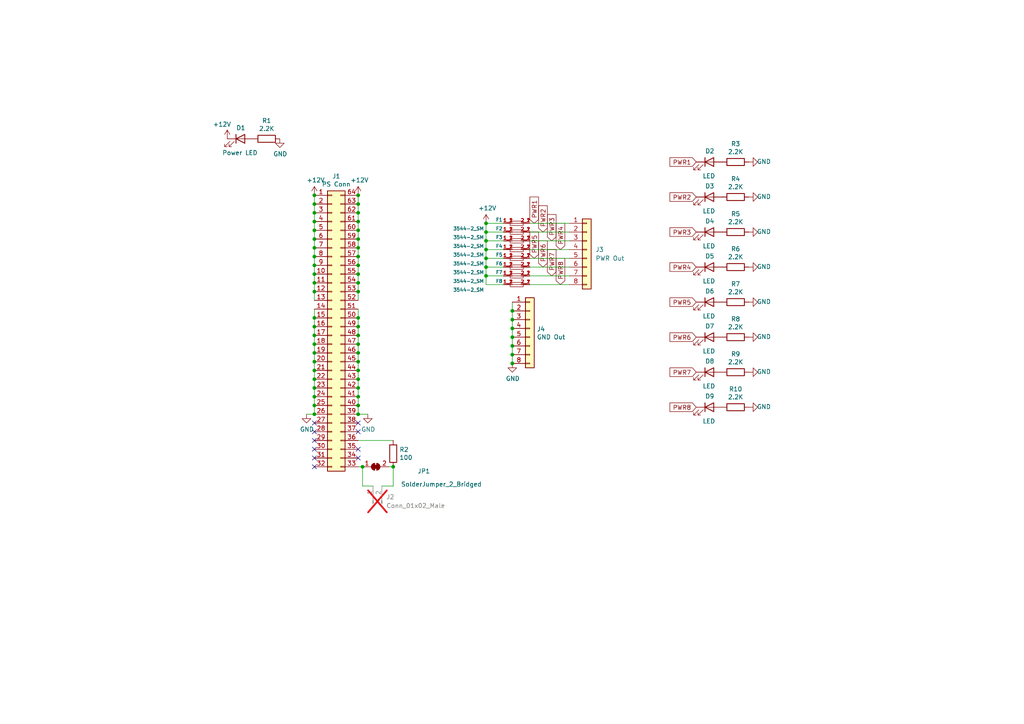
<source format=kicad_sch>
(kicad_sch (version 20231120) (generator "eeschema") (generator_version "8.0")
  (paper "A4")
  (title_block (title "HP Fused Breakout") (date "2024-03-14") (rev "v2") (company "Scott Hanson"))
  (lib_symbols
    (symbol "Connector:Conn_01x02_Male" (pin_names (offset 1.016) hide)
      (property "Reference" "J" (at 0 2.54 0))
      (property "Value" "Conn_01x02_Male" (at 0 -5.08 0))
      (symbol "Conn_01x02_Male_1_1"
        (polyline (pts (xy 1.27 -2.54) (xy 0.8636 -2.54)) (stroke (width 0.1524)))
        (polyline (pts (xy 1.27 0) (xy 0.8636 0)) (stroke (width 0.1524)))
        (rectangle (start 0.8636 -2.413) (end 0 -2.667) (stroke (width 0.1524)) (fill (type outline)))
        (rectangle (start 0.8636 0.127) (end 0 -0.127) (stroke (width 0.1524)) (fill (type outline)))
        (pin passive line (at 5.08 0 180) (length 3.81) (name "Pin_1") (number "1"))
        (pin passive line (at 5.08 -2.54 180) (length 3.81) (name "Pin_2") (number "2"))
      )
    )
    (symbol "Connector_Generic:Conn_01x08" (pin_names (offset 1.016) hide)
      (property "Reference" "J" (at 0 10.16 0))
      (property "Value" "Conn_01x08" (at 0 -12.7 0))
      (symbol "Conn_01x08_1_1"
        (rectangle (start -1.27 -10.033) (end 0 -10.287) (stroke (width 0.1524)))
        (rectangle (start -1.27 -7.493) (end 0 -7.747) (stroke (width 0.1524)))
        (rectangle (start -1.27 -4.953) (end 0 -5.207) (stroke (width 0.1524)))
        (rectangle (start -1.27 -2.413) (end 0 -2.667) (stroke (width 0.1524)))
        (rectangle (start -1.27 0.127) (end 0 -0.127) (stroke (width 0.1524)))
        (rectangle (start -1.27 2.667) (end 0 2.413) (stroke (width 0.1524)))
        (rectangle (start -1.27 5.207) (end 0 4.953) (stroke (width 0.1524)))
        (rectangle (start -1.27 7.747) (end 0 7.493) (stroke (width 0.1524)))
        (rectangle (start -1.27 8.89) (end 1.27 -11.43) (stroke (width 0.254)) (fill (type background)))
        (pin passive line (at -5.08 7.62 0) (length 3.81) (name "Pin_1") (number "1"))
        (pin passive line (at -5.08 5.08 0) (length 3.81) (name "Pin_2") (number "2"))
        (pin passive line (at -5.08 2.54 0) (length 3.81) (name "Pin_3") (number "3"))
        (pin passive line (at -5.08 0 0) (length 3.81) (name "Pin_4") (number "4"))
        (pin passive line (at -5.08 -2.54 0) (length 3.81) (name "Pin_5") (number "5"))
        (pin passive line (at -5.08 -5.08 0) (length 3.81) (name "Pin_6") (number "6"))
        (pin passive line (at -5.08 -7.62 0) (length 3.81) (name "Pin_7") (number "7"))
        (pin passive line (at -5.08 -10.16 0) (length 3.81) (name "Pin_8") (number "8"))
      )
    )
    (symbol "Connector_Generic:Conn_02x32_Counter_Clockwise" (pin_names (offset 1.016) hide)
      (property "Reference" "J" (at 1.27 40.64 0))
      (property "Value" "Conn_02x32_Counter_Clockwise" (at 1.27 -43.18 0))
      (symbol "Conn_02x32_Counter_Clockwise_1_1"
        (rectangle (start -1.27 -40.513) (end 0 -40.767) (stroke (width 0.1524)))
        (rectangle (start -1.27 -37.973) (end 0 -38.227) (stroke (width 0.1524)))
        (rectangle (start -1.27 -35.433) (end 0 -35.687) (stroke (width 0.1524)))
        (rectangle (start -1.27 -32.893) (end 0 -33.147) (stroke (width 0.1524)))
        (rectangle (start -1.27 -30.353) (end 0 -30.607) (stroke (width 0.1524)))
        (rectangle (start -1.27 -27.813) (end 0 -28.067) (stroke (width 0.1524)))
        (rectangle (start -1.27 -25.273) (end 0 -25.527) (stroke (width 0.1524)))
        (rectangle (start -1.27 -22.733) (end 0 -22.987) (stroke (width 0.1524)))
        (rectangle (start -1.27 -20.193) (end 0 -20.447) (stroke (width 0.1524)))
        (rectangle (start -1.27 -17.653) (end 0 -17.907) (stroke (width 0.1524)))
        (rectangle (start -1.27 -15.113) (end 0 -15.367) (stroke (width 0.1524)))
        (rectangle (start -1.27 -12.573) (end 0 -12.827) (stroke (width 0.1524)))
        (rectangle (start -1.27 -10.033) (end 0 -10.287) (stroke (width 0.1524)))
        (rectangle (start -1.27 -7.493) (end 0 -7.747) (stroke (width 0.1524)))
        (rectangle (start -1.27 -4.953) (end 0 -5.207) (stroke (width 0.1524)))
        (rectangle (start -1.27 -2.413) (end 0 -2.667) (stroke (width 0.1524)))
        (rectangle (start -1.27 0.127) (end 0 -0.127) (stroke (width 0.1524)))
        (rectangle (start -1.27 2.667) (end 0 2.413) (stroke (width 0.1524)))
        (rectangle (start -1.27 5.207) (end 0 4.953) (stroke (width 0.1524)))
        (rectangle (start -1.27 7.747) (end 0 7.493) (stroke (width 0.1524)))
        (rectangle (start -1.27 10.287) (end 0 10.033) (stroke (width 0.1524)))
        (rectangle (start -1.27 12.827) (end 0 12.573) (stroke (width 0.1524)))
        (rectangle (start -1.27 15.367) (end 0 15.113) (stroke (width 0.1524)))
        (rectangle (start -1.27 17.907) (end 0 17.653) (stroke (width 0.1524)))
        (rectangle (start -1.27 20.447) (end 0 20.193) (stroke (width 0.1524)))
        (rectangle (start -1.27 22.987) (end 0 22.733) (stroke (width 0.1524)))
        (rectangle (start -1.27 25.527) (end 0 25.273) (stroke (width 0.1524)))
        (rectangle (start -1.27 28.067) (end 0 27.813) (stroke (width 0.1524)))
        (rectangle (start -1.27 30.607) (end 0 30.353) (stroke (width 0.1524)))
        (rectangle (start -1.27 33.147) (end 0 32.893) (stroke (width 0.1524)))
        (rectangle (start -1.27 35.687) (end 0 35.433) (stroke (width 0.1524)))
        (rectangle (start -1.27 38.227) (end 0 37.973) (stroke (width 0.1524)))
        (rectangle (start -1.27 39.37) (end 3.81 -41.91) (stroke (width 0.254)) (fill (type background)))
        (rectangle (start 3.81 -40.513) (end 2.54 -40.767) (stroke (width 0.1524)))
        (rectangle (start 3.81 -37.973) (end 2.54 -38.227) (stroke (width 0.1524)))
        (rectangle (start 3.81 -35.433) (end 2.54 -35.687) (stroke (width 0.1524)))
        (rectangle (start 3.81 -32.893) (end 2.54 -33.147) (stroke (width 0.1524)))
        (rectangle (start 3.81 -30.353) (end 2.54 -30.607) (stroke (width 0.1524)))
        (rectangle (start 3.81 -27.813) (end 2.54 -28.067) (stroke (width 0.1524)))
        (rectangle (start 3.81 -25.273) (end 2.54 -25.527) (stroke (width 0.1524)))
        (rectangle (start 3.81 -22.733) (end 2.54 -22.987) (stroke (width 0.1524)))
        (rectangle (start 3.81 -20.193) (end 2.54 -20.447) (stroke (width 0.1524)))
        (rectangle (start 3.81 -17.653) (end 2.54 -17.907) (stroke (width 0.1524)))
        (rectangle (start 3.81 -15.113) (end 2.54 -15.367) (stroke (width 0.1524)))
        (rectangle (start 3.81 -12.573) (end 2.54 -12.827) (stroke (width 0.1524)))
        (rectangle (start 3.81 -10.033) (end 2.54 -10.287) (stroke (width 0.1524)))
        (rectangle (start 3.81 -7.493) (end 2.54 -7.747) (stroke (width 0.1524)))
        (rectangle (start 3.81 -4.953) (end 2.54 -5.207) (stroke (width 0.1524)))
        (rectangle (start 3.81 -2.413) (end 2.54 -2.667) (stroke (width 0.1524)))
        (rectangle (start 3.81 0.127) (end 2.54 -0.127) (stroke (width 0.1524)))
        (rectangle (start 3.81 2.667) (end 2.54 2.413) (stroke (width 0.1524)))
        (rectangle (start 3.81 5.207) (end 2.54 4.953) (stroke (width 0.1524)))
        (rectangle (start 3.81 7.747) (end 2.54 7.493) (stroke (width 0.1524)))
        (rectangle (start 3.81 10.287) (end 2.54 10.033) (stroke (width 0.1524)))
        (rectangle (start 3.81 12.827) (end 2.54 12.573) (stroke (width 0.1524)))
        (rectangle (start 3.81 15.367) (end 2.54 15.113) (stroke (width 0.1524)))
        (rectangle (start 3.81 17.907) (end 2.54 17.653) (stroke (width 0.1524)))
        (rectangle (start 3.81 20.447) (end 2.54 20.193) (stroke (width 0.1524)))
        (rectangle (start 3.81 22.987) (end 2.54 22.733) (stroke (width 0.1524)))
        (rectangle (start 3.81 25.527) (end 2.54 25.273) (stroke (width 0.1524)))
        (rectangle (start 3.81 28.067) (end 2.54 27.813) (stroke (width 0.1524)))
        (rectangle (start 3.81 30.607) (end 2.54 30.353) (stroke (width 0.1524)))
        (rectangle (start 3.81 33.147) (end 2.54 32.893) (stroke (width 0.1524)))
        (rectangle (start 3.81 35.687) (end 2.54 35.433) (stroke (width 0.1524)))
        (rectangle (start 3.81 38.227) (end 2.54 37.973) (stroke (width 0.1524)))
        (pin passive line (at -5.08 38.1 0) (length 3.81) (name "Pin_1") (number "1"))
        (pin passive line (at -5.08 15.24 0) (length 3.81) (name "Pin_10") (number "10"))
        (pin passive line (at -5.08 12.7 0) (length 3.81) (name "Pin_11") (number "11"))
        (pin passive line (at -5.08 10.16 0) (length 3.81) (name "Pin_12") (number "12"))
        (pin passive line (at -5.08 7.62 0) (length 3.81) (name "Pin_13") (number "13"))
        (pin passive line (at -5.08 5.08 0) (length 3.81) (name "Pin_14") (number "14"))
        (pin passive line (at -5.08 2.54 0) (length 3.81) (name "Pin_15") (number "15"))
        (pin passive line (at -5.08 0 0) (length 3.81) (name "Pin_16") (number "16"))
        (pin passive line (at -5.08 -2.54 0) (length 3.81) (name "Pin_17") (number "17"))
        (pin passive line (at -5.08 -5.08 0) (length 3.81) (name "Pin_18") (number "18"))
        (pin passive line (at -5.08 -7.62 0) (length 3.81) (name "Pin_19") (number "19"))
        (pin passive line (at -5.08 35.56 0) (length 3.81) (name "Pin_2") (number "2"))
        (pin passive line (at -5.08 -10.16 0) (length 3.81) (name "Pin_20") (number "20"))
        (pin passive line (at -5.08 -12.7 0) (length 3.81) (name "Pin_21") (number "21"))
        (pin passive line (at -5.08 -15.24 0) (length 3.81) (name "Pin_22") (number "22"))
        (pin passive line (at -5.08 -17.78 0) (length 3.81) (name "Pin_23") (number "23"))
        (pin passive line (at -5.08 -20.32 0) (length 3.81) (name "Pin_24") (number "24"))
        (pin passive line (at -5.08 -22.86 0) (length 3.81) (name "Pin_25") (number "25"))
        (pin passive line (at -5.08 -25.4 0) (length 3.81) (name "Pin_26") (number "26"))
        (pin passive line (at -5.08 -27.94 0) (length 3.81) (name "Pin_27") (number "27"))
        (pin passive line (at -5.08 -30.48 0) (length 3.81) (name "Pin_28") (number "28"))
        (pin passive line (at -5.08 -33.02 0) (length 3.81) (name "Pin_29") (number "29"))
        (pin passive line (at -5.08 33.02 0) (length 3.81) (name "Pin_3") (number "3"))
        (pin passive line (at -5.08 -35.56 0) (length 3.81) (name "Pin_30") (number "30"))
        (pin passive line (at -5.08 -38.1 0) (length 3.81) (name "Pin_31") (number "31"))
        (pin passive line (at -5.08 -40.64 0) (length 3.81) (name "Pin_32") (number "32"))
        (pin passive line (at 7.62 -40.64 180) (length 3.81) (name "Pin_33") (number "33"))
        (pin passive line (at 7.62 -38.1 180) (length 3.81) (name "Pin_34") (number "34"))
        (pin passive line (at 7.62 -35.56 180) (length 3.81) (name "Pin_35") (number "35"))
        (pin passive line (at 7.62 -33.02 180) (length 3.81) (name "Pin_36") (number "36"))
        (pin passive line (at 7.62 -30.48 180) (length 3.81) (name "Pin_37") (number "37"))
        (pin passive line (at 7.62 -27.94 180) (length 3.81) (name "Pin_38") (number "38"))
        (pin passive line (at 7.62 -25.4 180) (length 3.81) (name "Pin_39") (number "39"))
        (pin passive line (at -5.08 30.48 0) (length 3.81) (name "Pin_4") (number "4"))
        (pin passive line (at 7.62 -22.86 180) (length 3.81) (name "Pin_40") (number "40"))
        (pin passive line (at 7.62 -20.32 180) (length 3.81) (name "Pin_41") (number "41"))
        (pin passive line (at 7.62 -17.78 180) (length 3.81) (name "Pin_42") (number "42"))
        (pin passive line (at 7.62 -15.24 180) (length 3.81) (name "Pin_43") (number "43"))
        (pin passive line (at 7.62 -12.7 180) (length 3.81) (name "Pin_44") (number "44"))
        (pin passive line (at 7.62 -10.16 180) (length 3.81) (name "Pin_45") (number "45"))
        (pin passive line (at 7.62 -7.62 180) (length 3.81) (name "Pin_46") (number "46"))
        (pin passive line (at 7.62 -5.08 180) (length 3.81) (name "Pin_47") (number "47"))
        (pin passive line (at 7.62 -2.54 180) (length 3.81) (name "Pin_48") (number "48"))
        (pin passive line (at 7.62 0 180) (length 3.81) (name "Pin_49") (number "49"))
        (pin passive line (at -5.08 27.94 0) (length 3.81) (name "Pin_5") (number "5"))
        (pin passive line (at 7.62 2.54 180) (length 3.81) (name "Pin_50") (number "50"))
        (pin passive line (at 7.62 5.08 180) (length 3.81) (name "Pin_51") (number "51"))
        (pin passive line (at 7.62 7.62 180) (length 3.81) (name "Pin_52") (number "52"))
        (pin passive line (at 7.62 10.16 180) (length 3.81) (name "Pin_53") (number "53"))
        (pin passive line (at 7.62 12.7 180) (length 3.81) (name "Pin_54") (number "54"))
        (pin passive line (at 7.62 15.24 180) (length 3.81) (name "Pin_55") (number "55"))
        (pin passive line (at 7.62 17.78 180) (length 3.81) (name "Pin_56") (number "56"))
        (pin passive line (at 7.62 20.32 180) (length 3.81) (name "Pin_57") (number "57"))
        (pin passive line (at 7.62 22.86 180) (length 3.81) (name "Pin_58") (number "58"))
        (pin passive line (at 7.62 25.4 180) (length 3.81) (name "Pin_59") (number "59"))
        (pin passive line (at -5.08 25.4 0) (length 3.81) (name "Pin_6") (number "6"))
        (pin passive line (at 7.62 27.94 180) (length 3.81) (name "Pin_60") (number "60"))
        (pin passive line (at 7.62 30.48 180) (length 3.81) (name "Pin_61") (number "61"))
        (pin passive line (at 7.62 33.02 180) (length 3.81) (name "Pin_62") (number "62"))
        (pin passive line (at 7.62 35.56 180) (length 3.81) (name "Pin_63") (number "63"))
        (pin passive line (at 7.62 38.1 180) (length 3.81) (name "Pin_64") (number "64"))
        (pin passive line (at -5.08 22.86 0) (length 3.81) (name "Pin_7") (number "7"))
        (pin passive line (at -5.08 20.32 0) (length 3.81) (name "Pin_8") (number "8"))
        (pin passive line (at -5.08 17.78 0) (length 3.81) (name "Pin_9") (number "9"))
      )
    )
    (symbol "Device:LED" (pin_numbers hide) (pin_names (offset 1.016) hide)
      (property "Reference" "D" (at 0 2.54 0))
      (property "Value" "LED" (at 0 -2.54 0))
      (symbol "LED_0_1"
        (polyline (pts (xy -1.27 -1.27) (xy -1.27 1.27)) (stroke (width 0.254)))
        (polyline (pts (xy -1.27 0) (xy 1.27 0)))
        (polyline (pts (xy 1.27 -1.27) (xy 1.27 1.27) (xy -1.27 0) (xy 1.27 -1.27)) (stroke (width 0.254)))
        (polyline (pts (xy -3.048 -0.762) (xy -4.572 -2.286) (xy -3.81 -2.286) (xy -4.572 -2.286) (xy -4.572 -1.524)))
        (polyline (pts (xy -1.778 -0.762) (xy -3.302 -2.286) (xy -2.54 -2.286) (xy -3.302 -2.286) (xy -3.302 -1.524)))
      )
      (symbol "LED_1_1"
        (pin passive line (at -3.81 0 0) (length 2.54) (name "K") (number "1"))
        (pin passive line (at 3.81 0 180) (length 2.54) (name "A") (number "2"))
      )
    )
    (symbol "Device:R" (pin_numbers hide) (pin_names (offset 0))
      (property "Reference" "R" (at 2.032 0 90))
      (property "Value" "R" (at 0 0 90))
      (symbol "R_0_1"
        (rectangle (start -1.016 -2.54) (end 1.016 2.54) (stroke (width 0.254)))
      )
      (symbol "R_1_1"
        (pin passive line (at 0 3.81 270) (length 1.27) (name "~") (number "1"))
        (pin passive line (at 0 -3.81 90) (length 1.27) (name "~") (number "2"))
      )
    )
    (symbol "Jumper:SolderJumper_2_Bridged" (pin_names (offset 0) hide)
      (property "Reference" "JP" (at 0 2.032 0))
      (property "Value" "SolderJumper_2_Bridged" (at 0 -2.54 0))
      (symbol "SolderJumper_2_Bridged_0_1"
        (rectangle (start -0.508 0.508) (end 0.508 -0.508) (fill (type outline)))
        (arc (start -0.254 1.016) (mid -1.2655 0) (end -0.254 -1.016))
        (arc (start -0.254 1.016) (mid -1.2655 0) (end -0.254 -1.016) (fill (type outline)))
        (polyline (pts (xy -0.254 1.016) (xy -0.254 -1.016)))
        (polyline (pts (xy 0.254 1.016) (xy 0.254 -1.016)))
        (arc (start 0.254 -1.016) (mid 1.2655 0) (end 0.254 1.016))
        (arc (start 0.254 -1.016) (mid 1.2655 0) (end 0.254 1.016) (fill (type outline)))
      )
      (symbol "SolderJumper_2_Bridged_1_1"
        (pin passive line (at -3.81 0 0) (length 2.54) (name "A") (number "1"))
        (pin passive line (at 3.81 0 180) (length 2.54) (name "B") (number "2"))
      )
    )
    (symbol "Power_Distribution-rescue:3544-2_SM-Keystone_Fuse" (pin_names (offset 1.016) hide)
      (property "Reference" "F" (at -1.905 1.27 0))
      (property "Value" "3544-2_SM-Keystone_Fuse" (at -3.81 -1.905 0))
      (symbol "3544-2_SM-Keystone_Fuse_0_0"
        (pin passive line (at -3.81 0 0) (length 2.54) (name "1") (number "1_1"))
        (pin passive line (at -3.81 0 0) (length 2.54) (name "1") (number "1_2"))
        (pin passive line (at 3.81 0 180) (length 2.54) (name "2") (number "2_1"))
        (pin passive line (at 3.81 0 180) (length 2.54) (name "2") (number "2_2"))
      )
      (symbol "3544-2_SM-Keystone_Fuse_1_1"
        (rectangle (start -1.905 0.635) (end 1.905 -0.635))
        (polyline (pts (xy -1.27 0) (xy 1.27 0)))
      )
    )
    (symbol "power:+12V" (power) (pin_names (offset 0))
      (property "Value" "+12V" (at 0 3.556 0))
      (symbol "+12V_0_1"
        (polyline (pts (xy -0.762 1.27) (xy 0 2.54)))
        (polyline (pts (xy 0 0) (xy 0 2.54)))
        (polyline (pts (xy 0 2.54) (xy 0.762 1.27)))
      )
      (symbol "+12V_1_1"
        (pin power_in line (at 0 0 90) (length 0) hide (name "+12V") (number "1"))
      )
    )
    (symbol "power:GND" (power) (pin_names (offset 0))
      (property "Value" "GND" (at 0 -3.81 0))
      (symbol "GND_0_1"
        (polyline (pts (xy 0 0) (xy 0 -1.27) (xy 1.27 -1.27) (xy 0 -2.54) (xy -1.27 -1.27) (xy 0 -1.27)))
      )
      (symbol "GND_1_1"
        (pin power_in line (at 0 0 270) (length 0) hide (name "GND") (number "1"))
      )
    )
  )
  (junction (at 91.186 120.142))
  (junction (at 91.186 117.602))
  (junction (at 103.886 74.422))
  (junction (at 140.97 69.85))
  (junction (at 91.186 76.962))
  (junction (at 103.886 102.362))
  (junction (at 103.886 79.502))
  (junction (at 103.886 104.902))
  (junction (at 91.186 102.362))
  (junction (at 91.186 61.722))
  (junction (at 103.886 69.342))
  (junction (at 103.886 94.742))
  (junction (at 148.59 105.41))
  (junction (at 103.886 64.262))
  (junction (at 91.186 82.042))
  (junction (at 148.59 90.17))
  (junction (at 140.97 72.39))
  (junction (at 91.186 92.202))
  (junction (at 140.97 74.93))
  (junction (at 91.186 64.262))
  (junction (at 103.886 71.882))
  (junction (at 91.186 115.062))
  (junction (at 140.97 67.31))
  (junction (at 91.186 71.882))
  (junction (at 140.97 80.01))
  (junction (at 91.186 59.182))
  (junction (at 103.886 107.442))
  (junction (at 103.886 115.062))
  (junction (at 103.886 59.182))
  (junction (at 103.886 56.642))
  (junction (at 103.886 66.802))
  (junction (at 148.59 95.25))
  (junction (at 91.186 107.442))
  (junction (at 103.886 109.982))
  (junction (at 103.886 117.602))
  (junction (at 140.97 77.47))
  (junction (at 91.186 74.422))
  (junction (at 91.186 84.582))
  (junction (at 114.046 135.382))
  (junction (at 91.186 66.802))
  (junction (at 91.186 112.522))
  (junction (at 103.886 112.522))
  (junction (at 103.886 120.142))
  (junction (at 148.59 102.87))
  (junction (at 148.59 100.33))
  (junction (at 103.886 92.202))
  (junction (at 91.186 94.742))
  (junction (at 103.886 97.282))
  (junction (at 103.886 61.722))
  (junction (at 103.886 84.582))
  (junction (at 91.186 79.502))
  (junction (at 103.886 99.822))
  (junction (at 91.186 99.822))
  (junction (at 103.886 76.962))
  (junction (at 148.59 92.71))
  (junction (at 148.59 97.79))
  (junction (at 91.186 56.642))
  (junction (at 91.186 104.902))
  (junction (at 91.186 97.282))
  (junction (at 140.97 64.77))
  (junction (at 91.186 109.982))
  (junction (at 91.186 69.342))
  (junction (at 103.886 82.042))
  (junction (at 105.156 135.382))
  (no_connect (at 103.886 132.842))
  (no_connect (at 91.186 122.682))
  (no_connect (at 91.186 125.222))
  (no_connect (at 103.886 125.222))
  (no_connect (at 91.186 132.842))
  (no_connect (at 91.186 135.382))
  (no_connect (at 91.186 130.302))
  (no_connect (at 103.886 122.682))
  (no_connect (at 91.186 127.762))
  (no_connect (at 103.886 130.302))
  (wire (pts (xy 103.886 79.502) (xy 103.886 76.962)))
  (wire (pts (xy 103.886 97.282) (xy 103.886 94.742)))
  (wire (pts (xy 146.05 74.93) (xy 140.97 74.93)))
  (wire (pts (xy 114.046 127.762) (xy 103.886 127.762)))
  (wire (pts (xy 114.046 140.97) (xy 114.046 135.382)))
  (wire (pts (xy 103.886 87.122) (xy 103.886 84.582)))
  (wire (pts (xy 103.886 115.062) (xy 103.886 112.522)))
  (wire (pts (xy 165.1 67.31) (xy 153.67 67.31)))
  (wire (pts (xy 146.05 72.39) (xy 140.97 72.39)))
  (wire (pts (xy 103.886 120.142) (xy 106.68 120.142)))
  (wire (pts (xy 103.886 112.522) (xy 103.886 109.982)))
  (wire (pts (xy 91.186 79.502) (xy 91.186 82.042)))
  (wire (pts (xy 146.05 80.01) (xy 140.97 80.01)))
  (wire (pts (xy 91.186 102.362) (xy 91.186 104.902)))
  (wire (pts (xy 91.186 117.602) (xy 91.186 120.142)))
  (wire (pts (xy 148.59 90.17) (xy 148.59 92.71)))
  (wire (pts (xy 105.156 140.97) (xy 108.204 140.97)))
  (wire (pts (xy 165.1 82.55) (xy 153.67 82.55)))
  (wire (pts (xy 91.186 66.802) (xy 91.186 69.342)))
  (wire (pts (xy 140.97 80.01) (xy 140.97 82.55)))
  (wire (pts (xy 148.59 97.79) (xy 148.59 100.33)))
  (wire (pts (xy 103.886 102.362) (xy 103.886 99.822)))
  (wire (pts (xy 148.59 92.71) (xy 148.59 95.25)))
  (wire (pts (xy 103.886 104.902) (xy 103.886 102.362)))
  (wire (pts (xy 103.886 117.602) (xy 103.886 115.062)))
  (wire (pts (xy 91.186 107.442) (xy 91.186 109.982)))
  (wire (pts (xy 91.186 76.962) (xy 91.186 79.502)))
  (wire (pts (xy 148.59 102.87) (xy 148.59 105.41)))
  (wire (pts (xy 103.886 109.982) (xy 103.886 107.442)))
  (wire (pts (xy 103.886 74.422) (xy 103.886 71.882)))
  (wire (pts (xy 91.186 120.142) (xy 88.9 120.142)))
  (wire (pts (xy 148.59 95.25) (xy 148.59 97.79)))
  (wire (pts (xy 140.97 74.93) (xy 140.97 77.47)))
  (wire (pts (xy 140.97 77.47) (xy 140.97 80.01)))
  (wire (pts (xy 140.97 72.39) (xy 140.97 74.93)))
  (wire (pts (xy 165.1 77.47) (xy 153.67 77.47)))
  (wire (pts (xy 103.886 92.202) (xy 103.886 89.662)))
  (wire (pts (xy 165.1 74.93) (xy 153.67 74.93)))
  (wire (pts (xy 103.886 120.142) (xy 103.886 117.602)))
  (wire (pts (xy 103.886 61.722) (xy 103.886 59.182)))
  (wire (pts (xy 103.886 107.442) (xy 103.886 104.902)))
  (wire (pts (xy 103.886 66.802) (xy 103.886 64.262)))
  (wire (pts (xy 165.1 72.39) (xy 153.67 72.39)))
  (wire (pts (xy 146.05 64.77) (xy 140.97 64.77)))
  (wire (pts (xy 103.886 99.822) (xy 103.886 97.282)))
  (wire (pts (xy 91.186 69.342) (xy 91.186 71.882)))
  (wire (pts (xy 110.744 140.97) (xy 114.046 140.97)))
  (wire (pts (xy 146.05 67.31) (xy 140.97 67.31)))
  (wire (pts (xy 91.186 74.422) (xy 91.186 76.962)))
  (wire (pts (xy 103.886 69.342) (xy 103.886 66.802)))
  (wire (pts (xy 103.886 135.382) (xy 105.156 135.382)))
  (wire (pts (xy 91.186 71.882) (xy 91.186 74.422)))
  (wire (pts (xy 91.186 89.662) (xy 91.186 92.202)))
  (wire (pts (xy 103.886 71.882) (xy 103.886 69.342)))
  (wire (pts (xy 140.97 69.85) (xy 140.97 72.39)))
  (wire (pts (xy 105.156 135.382) (xy 105.156 140.97)))
  (wire (pts (xy 146.05 77.47) (xy 140.97 77.47)))
  (wire (pts (xy 91.186 115.062) (xy 91.186 117.602)))
  (wire (pts (xy 103.886 94.742) (xy 103.886 92.202)))
  (wire (pts (xy 91.186 59.182) (xy 91.186 56.642)))
  (wire (pts (xy 91.186 84.582) (xy 91.186 87.122)))
  (wire (pts (xy 91.186 61.722) (xy 91.186 64.262)))
  (wire (pts (xy 140.97 64.77) (xy 140.97 67.31)))
  (wire (pts (xy 103.886 82.042) (xy 103.886 79.502)))
  (wire (pts (xy 103.886 84.582) (xy 103.886 82.042)))
  (wire (pts (xy 91.186 59.182) (xy 91.186 61.722)))
  (wire (pts (xy 112.776 135.382) (xy 114.046 135.382)))
  (wire (pts (xy 91.186 64.262) (xy 91.186 66.802)))
  (wire (pts (xy 91.186 97.282) (xy 91.186 99.822)))
  (wire (pts (xy 103.886 64.262) (xy 103.886 61.722)))
  (wire (pts (xy 91.186 82.042) (xy 91.186 84.582)))
  (wire (pts (xy 148.59 87.63) (xy 148.59 90.17)))
  (wire (pts (xy 91.186 104.902) (xy 91.186 107.442)))
  (wire (pts (xy 91.186 99.822) (xy 91.186 102.362)))
  (wire (pts (xy 91.186 109.982) (xy 91.186 112.522)))
  (wire (pts (xy 140.97 67.31) (xy 140.97 69.85)))
  (wire (pts (xy 91.186 112.522) (xy 91.186 115.062)))
  (wire (pts (xy 103.886 59.182) (xy 103.886 56.642)))
  (wire (pts (xy 148.59 100.33) (xy 148.59 102.87)))
  (wire (pts (xy 165.1 69.85) (xy 153.67 69.85)))
  (wire (pts (xy 91.186 92.202) (xy 91.186 94.742)))
  (wire (pts (xy 146.05 69.85) (xy 140.97 69.85)))
  (wire (pts (xy 140.97 82.55) (xy 146.05 82.55)))
  (wire (pts (xy 91.186 94.742) (xy 91.186 97.282)))
  (wire (pts (xy 165.1 64.77) (xy 153.67 64.77)))
  (wire (pts (xy 165.1 80.01) (xy 153.67 80.01)))
  (wire (pts (xy 103.886 76.962) (xy 103.886 74.422)))
  (global_label "PWR2" (shape input) (at 201.93 57.15 180) (property "Intersheetrefs" "${INTERSHEET_REFS}" (effects (hide yes))))
  (global_label "PWR5" (shape input) (at 154.94 74.93 90) (property "Intersheetrefs" "${INTERSHEET_REFS}" (effects (hide yes))))
  (global_label "PWR1" (shape input) (at 201.93 46.99 180) (property "Intersheetrefs" "${INTERSHEET_REFS}" (effects (hide yes))))
  (global_label "PWR3" (shape input) (at 160.02 69.85 90) (property "Intersheetrefs" "${INTERSHEET_REFS}" (effects (hide yes))))
  (global_label "PWR6" (shape input) (at 201.93 97.79 180) (property "Intersheetrefs" "${INTERSHEET_REFS}" (effects (hide yes))))
  (global_label "PWR8" (shape input) (at 162.56 82.55 90) (property "Intersheetrefs" "${INTERSHEET_REFS}" (effects (hide yes))))
  (global_label "PWR7" (shape input) (at 160.02 80.01 90) (property "Intersheetrefs" "${INTERSHEET_REFS}" (effects (hide yes))))
  (global_label "PWR4" (shape input) (at 201.93 77.47 180) (property "Intersheetrefs" "${INTERSHEET_REFS}" (effects (hide yes))))
  (global_label "PWR1" (shape input) (at 154.94 64.77 90) (property "Intersheetrefs" "${INTERSHEET_REFS}" (effects (hide yes))))
  (global_label "PWR4" (shape input) (at 162.56 72.39 90) (property "Intersheetrefs" "${INTERSHEET_REFS}" (effects (hide yes))))
  (global_label "PWR5" (shape input) (at 201.93 87.63 180) (property "Intersheetrefs" "${INTERSHEET_REFS}" (effects (hide yes))))
  (global_label "PWR7" (shape input) (at 201.93 107.95 180) (property "Intersheetrefs" "${INTERSHEET_REFS}" (effects (hide yes))))
  (global_label "PWR8" (shape input) (at 201.93 118.11 180) (property "Intersheetrefs" "${INTERSHEET_REFS}" (effects (hide yes))))
  (global_label "PWR3" (shape input) (at 201.93 67.31 180) (property "Intersheetrefs" "${INTERSHEET_REFS}" (effects (hide yes))))
  (global_label "PWR2" (shape input) (at 157.48 67.31 90) (property "Intersheetrefs" "${INTERSHEET_REFS}" (effects (hide yes))))
  (global_label "PWR6" (shape input) (at 157.48 77.47 90) (property "Intersheetrefs" "${INTERSHEET_REFS}" (effects (hide yes))))
  (symbol (lib_id "Connector_Generic:Conn_02x32_Counter_Clockwise") (at 96.266 94.742 0) (unit 1)
    (property "Reference" "J1" (at 97.536 51.1302 0))
    (property "Value" "PS Conn" (at 97.536 53.4416 0))
    (property "Footprint" "TE_1761469-1:TE_1761469-1" (effects (hide yes)))
    (property "Digi-Key PN" "A102052-ND" (effects (hide yes)))
    (property "MPN" "1761468-1" (effects (hide yes)))
  )
  (symbol (lib_id "Device:R") (at 114.046 131.572 0) (unit 1)
    (property "Reference" "R2" (at 115.824 130.4036 0) (effects (justify left)))
    (property "Value" "100" (at 115.824 132.715 0) (effects (justify left)))
    (property "Footprint" "Resistor_SMD:R_0603_1608Metric" (effects (hide yes)))
    (property "Digi-Key PN" "311-100HRCT-ND" (effects (hide yes)))
    (property "LCSC" "C22775" (effects (hide yes)))
    (property "MPN" "RC0603FR-07100RL" (effects (hide yes)))
  )
  (symbol (lib_id "power:+12V") (at 103.886 56.642 0) (unit 1)
    (property "Reference" "#PWR05" (effects (hide yes)))
    (property "Value" "+12V" (at 104.267 52.2478 0))
  )
  (symbol (lib_id "power:+12V") (at 91.186 56.642 0) (unit 1)
    (property "Reference" "#PWR04" (effects (hide yes)))
    (property "Value" "+12V" (at 91.567 52.2478 0))
  )
  (symbol (lib_id "power:GND") (at 106.68 120.142 0) (unit 1)
    (property "Reference" "#PWR06" (effects (hide yes)))
    (property "Value" "GND" (at 106.807 124.5362 0))
  )
  (symbol (lib_id "power:GND") (at 88.9 120.142 0) (unit 1)
    (property "Reference" "#PWR03" (effects (hide yes)))
    (property "Value" "GND" (at 89.027 124.5362 0))
  )
  (symbol (lib_id "Device:LED") (at 69.723 40.259 0) (unit 1)
    (property "Reference" "D1" (at 69.85 37.084 0))
    (property "Value" "Power LED" (at 69.596 44.323 0))
    (property "Footprint" "LED_SMD:LED_0603_1608Metric" (effects (hide yes)))
    (property "Digi-Key PN" "160-1436-1-ND" (effects (hide yes)))
    (property "LCSC" "C2286" (effects (hide yes)))
    (property "MPN" "LTST-C190KRKT" (effects (hide yes)))
  )
  (symbol (lib_id "Device:R") (at 77.343 40.259 270) (unit 1)
    (property "Reference" "R1" (at 77.343 35.0012 90))
    (property "Value" "2.2K" (at 77.343 37.3126 90))
    (property "Footprint" "Resistor_SMD:R_0603_1608Metric" (effects (hide yes)))
    (property "Digi-Key PN" "311-2.20KHRCT-ND" (effects (hide yes)))
    (property "LCSC" "C4190" (effects (hide yes)))
    (property "MPN" "RC0603FR-072K2L" (effects (hide yes)))
  )
  (symbol (lib_id "power:+12V") (at 65.913 40.259 0) (unit 1)
    (property "Reference" "#PWR01" (effects (hide yes)))
    (property "Value" "+12V" (at 64.389 36.068 0))
  )
  (symbol (lib_id "power:GND") (at 81.153 40.259 0) (unit 1)
    (property "Reference" "#PWR02" (effects (hide yes)))
    (property "Value" "GND" (at 81.28 44.6532 0))
  )
  (symbol (lib_id "power:GND") (at 217.17 46.99 90) (unit 1)
    (property "Reference" "#PWR010" (effects (hide yes)))
    (property "Value" "GND" (at 221.5642 46.863 90))
  )
  (symbol (lib_id "power:GND") (at 217.17 77.47 90) (unit 1)
    (property "Reference" "#PWR012" (effects (hide yes)))
    (property "Value" "GND" (at 221.5642 77.343 90))
  )
  (symbol (lib_id "Connector:Conn_01x02_Male") (at 108.204 146.05 90) (unit 1) (dnp yes)
    (property "Reference" "J2" (at 112.014 144.1449 90) (effects (justify right)))
    (property "Value" "Conn_01x02_Male" (at 112.014 146.6849 90) (effects (justify right)))
    (property "Footprint" "Connector_PinHeader_2.54mm:PinHeader_1x02_P2.54mm_Vertical" (effects (hide yes)))
  )
  (symbol (lib_id "Device:LED") (at 205.74 107.95 0) (unit 1)
    (property "Reference" "D8" (at 205.867 104.775 0))
    (property "Value" "LED" (at 205.613 112.014 0))
    (property "Footprint" "LED_SMD:LED_0402_1005Metric" (effects (hide yes)))
    (property "Digi-Key PN" "1516-1216-1-ND" (effects (hide yes)))
    (property "LCSC" "C434449" (effects (hide yes)))
    (property "MPN" "QBLP595-IG" (effects (hide yes)))
  )
  (symbol (lib_id "Device:R") (at 213.36 87.63 270) (unit 1)
    (property "Reference" "R7" (at 213.36 82.3722 90))
    (property "Value" "2.2K" (at 213.36 84.6836 90))
    (property "Footprint" "Resistor_SMD:R_0402_1005Metric" (effects (hide yes)))
    (property "Digi-Key PN" "311-2.20KLRCT-ND" (effects (hide yes)))
    (property "LCSC" "C25879" (effects (hide yes)))
    (property "MPN" "RC0402FR-072K2L" (effects (hide yes)))
  )
  (symbol (lib_id "Power_Distribution-rescue:3544-2_SM-Keystone_Fuse") (at 149.86 77.47 0) (unit 1)
    (property "Reference" "F6" (at 144.78 76.454 0) (effects (font (size 0.9906 0.9906))))
    (property "Value" "3544-2_SM" (at 135.89 78.994 0) (effects (font (size 0.9906 0.9906))))
    (property "Footprint" "3544-2:FUSE_3544-2" (effects (hide yes)))
    (property "Datasheet" "None" (effects (hide yes)))
    (property "Field4" "3544-2" (effects (hide yes)))
    (property "Field5" "None" (effects (hide yes)))
    (property "Field6" "Unavailable" (effects (hide yes)))
    (property "Field7" "Fuse Clip; 500 VAC; 30 A; PCB; For 0.110 in. x 0.032 in. mini blade fuses" (effects (hide yes)))
    (property "Field8" "Keystone Electronics" (effects (hide yes)))
    (property "Digi-Key PN" "36-3544-2-ND" (effects (hide yes)))
    (property "LCSC" "C492610" (effects (hide yes)))
    (property "MPN" "3544-2" (effects (hide yes)))
  )
  (symbol (lib_id "Connector_Generic:Conn_01x08") (at 170.18 72.39 0) (unit 1)
    (property "Reference" "J3" (at 172.72 72.3899 0) (effects (justify left)))
    (property "Value" "PWR Out" (at 172.72 74.9299 0) (effects (justify left)))
    (property "Footprint" "Connector_Phoenix_MC_HighVoltage:PhoenixContact_MCV_1,5_8-G-5.08_1x08_P5.08mm_Vertical" (effects (hide yes)))
    (property "Digi-Key PN" "609-3942-ND" (effects (hide yes)))
    (property "MPN" "VI0821550000G" (effects (hide yes)))
  )
  (symbol (lib_id "Connector_Generic:Conn_01x08") (at 153.67 95.25 0) (unit 1)
    (property "Reference" "J4" (at 155.702 95.4532 0) (effects (justify left)))
    (property "Value" "GND Out" (at 155.702 97.7646 0) (effects (justify left)))
    (property "Footprint" "Connector_Phoenix_MC_HighVoltage:PhoenixContact_MCV_1,5_8-G-5.08_1x08_P5.08mm_Vertical" (effects (hide yes)))
    (property "Digi-Key PN" "609-3942-ND" (effects (hide yes)))
    (property "MPN" "VI0821550000G" (effects (hide yes)))
  )
  (symbol (lib_id "power:GND") (at 148.59 105.41 0) (unit 1)
    (property "Reference" "#PWR08" (effects (hide yes)))
    (property "Value" "GND" (at 148.717 109.8042 0))
  )
  (symbol (lib_id "Device:R") (at 213.36 77.47 270) (unit 1)
    (property "Reference" "R6" (at 213.36 72.2122 90))
    (property "Value" "2.2K" (at 213.36 74.5236 90))
    (property "Footprint" "Resistor_SMD:R_0402_1005Metric" (effects (hide yes)))
    (property "Digi-Key PN" "311-2.20KLRCT-ND" (effects (hide yes)))
    (property "LCSC" "C25879" (effects (hide yes)))
    (property "MPN" "RC0402FR-072K2L" (effects (hide yes)))
  )
  (symbol (lib_id "Device:LED") (at 205.74 97.79 0) (unit 1)
    (property "Reference" "D7" (at 205.867 94.615 0))
    (property "Value" "LED" (at 205.613 101.854 0))
    (property "Footprint" "LED_SMD:LED_0402_1005Metric" (effects (hide yes)))
    (property "Digi-Key PN" "1516-1216-1-ND" (effects (hide yes)))
    (property "LCSC" "C434449" (effects (hide yes)))
    (property "MPN" "QBLP595-IG" (effects (hide yes)))
  )
  (symbol (lib_id "power:GND") (at 217.17 107.95 90) (unit 1)
    (property "Reference" "#PWR015" (effects (hide yes)))
    (property "Value" "GND" (at 221.5642 107.823 90))
  )
  (symbol (lib_id "power:GND") (at 217.17 67.31 90) (unit 1)
    (property "Reference" "#PWR011" (effects (hide yes)))
    (property "Value" "GND" (at 221.5642 67.183 90))
  )
  (symbol (lib_id "Power_Distribution-rescue:3544-2_SM-Keystone_Fuse") (at 149.86 80.01 0) (unit 1)
    (property "Reference" "F7" (at 144.78 78.994 0) (effects (font (size 0.9906 0.9906))))
    (property "Value" "3544-2_SM" (at 135.89 81.534 0) (effects (font (size 0.9906 0.9906))))
    (property "Footprint" "3544-2:FUSE_3544-2" (effects (hide yes)))
    (property "Datasheet" "None" (effects (hide yes)))
    (property "Field4" "3544-2" (effects (hide yes)))
    (property "Field5" "None" (effects (hide yes)))
    (property "Field6" "Unavailable" (effects (hide yes)))
    (property "Field7" "Fuse Clip; 500 VAC; 30 A; PCB; For 0.110 in. x 0.032 in. mini blade fuses" (effects (hide yes)))
    (property "Field8" "Keystone Electronics" (effects (hide yes)))
    (property "Digi-Key PN" "36-3544-2-ND" (effects (hide yes)))
    (property "LCSC" "C492610" (effects (hide yes)))
    (property "MPN" "3544-2" (effects (hide yes)))
  )
  (symbol (lib_id "Device:R") (at 213.36 118.11 270) (unit 1)
    (property "Reference" "R10" (at 213.36 112.8522 90))
    (property "Value" "2.2K" (at 213.36 115.1636 90))
    (property "Footprint" "Resistor_SMD:R_0402_1005Metric" (effects (hide yes)))
    (property "Digi-Key PN" "311-2.20KLRCT-ND" (effects (hide yes)))
    (property "LCSC" "C25879" (effects (hide yes)))
    (property "MPN" "RC0402FR-072K2L" (effects (hide yes)))
  )
  (symbol (lib_id "Device:R") (at 213.36 107.95 270) (unit 1)
    (property "Reference" "R9" (at 213.36 102.6922 90))
    (property "Value" "2.2K" (at 213.36 105.0036 90))
    (property "Footprint" "Resistor_SMD:R_0402_1005Metric" (effects (hide yes)))
    (property "Digi-Key PN" "311-2.20KLRCT-ND" (effects (hide yes)))
    (property "LCSC" "C25879" (effects (hide yes)))
    (property "MPN" "RC0402FR-072K2L" (effects (hide yes)))
  )
  (symbol (lib_id "Device:LED") (at 205.74 118.11 0) (unit 1)
    (property "Reference" "D9" (at 205.867 114.935 0))
    (property "Value" "LED" (at 205.613 122.174 0))
    (property "Footprint" "LED_SMD:LED_0402_1005Metric" (effects (hide yes)))
    (property "Digi-Key PN" "1516-1216-1-ND" (effects (hide yes)))
    (property "LCSC" "C434449" (effects (hide yes)))
    (property "MPN" "QBLP595-IG" (effects (hide yes)))
  )
  (symbol (lib_id "power:+12V") (at 140.97 64.77 0) (unit 1)
    (property "Reference" "#PWR07" (effects (hide yes)))
    (property "Value" "+12V" (at 141.351 60.3758 0))
  )
  (symbol (lib_id "Device:LED") (at 205.74 67.31 0) (unit 1)
    (property "Reference" "D4" (at 205.867 64.135 0))
    (property "Value" "LED" (at 205.613 71.374 0))
    (property "Footprint" "LED_SMD:LED_0402_1005Metric" (effects (hide yes)))
    (property "Digi-Key PN" "1516-1216-1-ND" (effects (hide yes)))
    (property "LCSC" "C434449" (effects (hide yes)))
    (property "MPN" "QBLP595-IG" (effects (hide yes)))
  )
  (symbol (lib_id "Jumper:SolderJumper_2_Bridged") (at 108.966 135.382 0) (unit 1)
    (property "Reference" "JP1" (at 122.936 136.652 0))
    (property "Value" "SolderJumper_2_Bridged" (at 128.016 140.462 0))
    (property "Footprint" "Jumper:SolderJumper-2_P1.3mm_Bridged_Pad1.0x1.5mm" (effects (hide yes)))
  )
  (symbol (lib_id "Device:R") (at 213.36 97.79 270) (unit 1)
    (property "Reference" "R8" (at 213.36 92.5322 90))
    (property "Value" "2.2K" (at 213.36 94.8436 90))
    (property "Footprint" "Resistor_SMD:R_0402_1005Metric" (effects (hide yes)))
    (property "Digi-Key PN" "311-2.20KLRCT-ND" (effects (hide yes)))
    (property "LCSC" "C25879" (effects (hide yes)))
    (property "MPN" "RC0402FR-072K2L" (effects (hide yes)))
  )
  (symbol (lib_id "Power_Distribution-rescue:3544-2_SM-Keystone_Fuse") (at 149.86 67.31 0) (unit 1)
    (property "Reference" "F2" (at 144.78 66.294 0) (effects (font (size 0.9906 0.9906))))
    (property "Value" "3544-2_SM" (at 135.89 68.834 0) (effects (font (size 0.9906 0.9906))))
    (property "Footprint" "3544-2:FUSE_3544-2" (effects (hide yes)))
    (property "Datasheet" "None" (effects (hide yes)))
    (property "Field4" "3544-2" (effects (hide yes)))
    (property "Field5" "None" (effects (hide yes)))
    (property "Field6" "Unavailable" (effects (hide yes)))
    (property "Field7" "Fuse Clip; 500 VAC; 30 A; PCB; For 0.110 in. x 0.032 in. mini blade fuses" (effects (hide yes)))
    (property "Field8" "Keystone Electronics" (effects (hide yes)))
    (property "Digi-Key PN" "36-3544-2-ND" (effects (hide yes)))
    (property "LCSC" "C492610" (effects (hide yes)))
    (property "MPN" "3544-2" (effects (hide yes)))
  )
  (symbol (lib_id "Device:LED") (at 205.74 57.15 0) (unit 1)
    (property "Reference" "D3" (at 205.867 53.975 0))
    (property "Value" "LED" (at 205.613 61.214 0))
    (property "Footprint" "LED_SMD:LED_0402_1005Metric" (effects (hide yes)))
    (property "Digi-Key PN" "1516-1216-1-ND" (effects (hide yes)))
    (property "LCSC" "C434449" (effects (hide yes)))
    (property "MPN" "QBLP595-IG" (effects (hide yes)))
  )
  (symbol (lib_id "Power_Distribution-rescue:3544-2_SM-Keystone_Fuse") (at 149.86 82.55 0) (unit 1)
    (property "Reference" "F8" (at 144.78 81.534 0) (effects (font (size 0.9906 0.9906))))
    (property "Value" "3544-2_SM" (at 135.89 84.074 0) (effects (font (size 0.9906 0.9906))))
    (property "Footprint" "3544-2:FUSE_3544-2" (effects (hide yes)))
    (property "Datasheet" "None" (effects (hide yes)))
    (property "Field4" "3544-2" (effects (hide yes)))
    (property "Field5" "None" (effects (hide yes)))
    (property "Field6" "Unavailable" (effects (hide yes)))
    (property "Field7" "Fuse Clip; 500 VAC; 30 A; PCB; For 0.110 in. x 0.032 in. mini blade fuses" (effects (hide yes)))
    (property "Field8" "Keystone Electronics" (effects (hide yes)))
    (property "Digi-Key PN" "36-3544-2-ND" (effects (hide yes)))
    (property "LCSC" "C492610" (effects (hide yes)))
    (property "MPN" "3544-2" (effects (hide yes)))
  )
  (symbol (lib_id "power:GND") (at 217.17 97.79 90) (unit 1)
    (property "Reference" "#PWR014" (effects (hide yes)))
    (property "Value" "GND" (at 221.5642 97.663 90))
  )
  (symbol (lib_id "Device:LED") (at 205.74 77.47 0) (unit 1)
    (property "Reference" "D5" (at 205.867 74.295 0))
    (property "Value" "LED" (at 205.613 81.534 0))
    (property "Footprint" "LED_SMD:LED_0402_1005Metric" (effects (hide yes)))
    (property "Digi-Key PN" "1516-1216-1-ND" (effects (hide yes)))
    (property "LCSC" "C434449" (effects (hide yes)))
    (property "MPN" "QBLP595-IG" (effects (hide yes)))
  )
  (symbol (lib_id "Power_Distribution-rescue:3544-2_SM-Keystone_Fuse") (at 149.86 69.85 0) (unit 1)
    (property "Reference" "F3" (at 144.78 68.834 0) (effects (font (size 0.9906 0.9906))))
    (property "Value" "3544-2_SM" (at 135.89 71.374 0) (effects (font (size 0.9906 0.9906))))
    (property "Footprint" "3544-2:FUSE_3544-2" (effects (hide yes)))
    (property "Datasheet" "None" (effects (hide yes)))
    (property "Field4" "3544-2" (effects (hide yes)))
    (property "Field5" "None" (effects (hide yes)))
    (property "Field6" "Unavailable" (effects (hide yes)))
    (property "Field7" "Fuse Clip; 500 VAC; 30 A; PCB; For 0.110 in. x 0.032 in. mini blade fuses" (effects (hide yes)))
    (property "Field8" "Keystone Electronics" (effects (hide yes)))
    (property "Digi-Key PN" "36-3544-2-ND" (effects (hide yes)))
    (property "LCSC" "C492610" (effects (hide yes)))
    (property "MPN" "3544-2" (effects (hide yes)))
  )
  (symbol (lib_id "Device:LED") (at 205.74 46.99 0) (unit 1)
    (property "Reference" "D2" (at 205.867 43.815 0))
    (property "Value" "LED" (at 205.613 51.054 0))
    (property "Footprint" "LED_SMD:LED_0402_1005Metric" (effects (hide yes)))
    (property "Digi-Key PN" "1516-1216-1-ND" (effects (hide yes)))
    (property "LCSC" "C434449" (effects (hide yes)))
    (property "MPN" "QBLP595-IG" (effects (hide yes)))
  )
  (symbol (lib_id "Power_Distribution-rescue:3544-2_SM-Keystone_Fuse") (at 149.86 72.39 0) (unit 1)
    (property "Reference" "F4" (at 144.78 71.374 0) (effects (font (size 0.9906 0.9906))))
    (property "Value" "3544-2_SM" (at 135.89 73.914 0) (effects (font (size 0.9906 0.9906))))
    (property "Footprint" "3544-2:FUSE_3544-2" (effects (hide yes)))
    (property "Datasheet" "None" (effects (hide yes)))
    (property "Field4" "3544-2" (effects (hide yes)))
    (property "Field5" "None" (effects (hide yes)))
    (property "Field6" "Unavailable" (effects (hide yes)))
    (property "Field7" "Fuse Clip; 500 VAC; 30 A; PCB; For 0.110 in. x 0.032 in. mini blade fuses" (effects (hide yes)))
    (property "Field8" "Keystone Electronics" (effects (hide yes)))
    (property "Digi-Key PN" "36-3544-2-ND" (effects (hide yes)))
    (property "LCSC" "C492610" (effects (hide yes)))
    (property "MPN" "3544-2" (effects (hide yes)))
  )
  (symbol (lib_id "Device:R") (at 213.36 46.99 270) (unit 1)
    (property "Reference" "R3" (at 213.36 41.7322 90))
    (property "Value" "2.2K" (at 213.36 44.0436 90))
    (property "Footprint" "Resistor_SMD:R_0402_1005Metric" (effects (hide yes)))
    (property "Digi-Key PN" "311-2.20KLRCT-ND" (effects (hide yes)))
    (property "LCSC" "C25879" (effects (hide yes)))
    (property "MPN" "RC0402FR-072K2L" (effects (hide yes)))
  )
  (symbol (lib_id "Device:LED") (at 205.74 87.63 0) (unit 1)
    (property "Reference" "D6" (at 205.867 84.455 0))
    (property "Value" "LED" (at 205.613 91.694 0))
    (property "Footprint" "LED_SMD:LED_0402_1005Metric" (effects (hide yes)))
    (property "Digi-Key PN" "1516-1216-1-ND" (effects (hide yes)))
    (property "LCSC" "C434449" (effects (hide yes)))
    (property "MPN" "QBLP595-IG" (effects (hide yes)))
  )
  (symbol (lib_id "power:GND") (at 217.17 87.63 90) (unit 1)
    (property "Reference" "#PWR013" (effects (hide yes)))
    (property "Value" "GND" (at 221.5642 87.503 90))
  )
  (symbol (lib_id "power:GND") (at 217.17 57.15 90) (unit 1)
    (property "Reference" "#PWR09" (effects (hide yes)))
    (property "Value" "GND" (at 221.5642 57.023 90))
  )
  (symbol (lib_id "power:GND") (at 217.17 118.11 90) (unit 1)
    (property "Reference" "#PWR016" (effects (hide yes)))
    (property "Value" "GND" (at 221.5642 117.983 90))
  )
  (symbol (lib_id "Power_Distribution-rescue:3544-2_SM-Keystone_Fuse") (at 149.86 74.93 0) (unit 1)
    (property "Reference" "F5" (at 144.78 73.914 0) (effects (font (size 0.9906 0.9906))))
    (property "Value" "3544-2_SM" (at 135.89 76.454 0) (effects (font (size 0.9906 0.9906))))
    (property "Footprint" "3544-2:FUSE_3544-2" (effects (hide yes)))
    (property "Datasheet" "None" (effects (hide yes)))
    (property "Field4" "3544-2" (effects (hide yes)))
    (property "Field5" "None" (effects (hide yes)))
    (property "Field6" "Unavailable" (effects (hide yes)))
    (property "Field7" "Fuse Clip; 500 VAC; 30 A; PCB; For 0.110 in. x 0.032 in. mini blade fuses" (effects (hide yes)))
    (property "Field8" "Keystone Electronics" (effects (hide yes)))
    (property "Digi-Key PN" "36-3544-2-ND" (effects (hide yes)))
    (property "LCSC" "C492610" (effects (hide yes)))
    (property "MPN" "3544-2" (effects (hide yes)))
  )
  (symbol (lib_id "Power_Distribution-rescue:3544-2_SM-Keystone_Fuse") (at 149.86 64.77 0) (unit 1)
    (property "Reference" "F1" (at 144.78 63.754 0) (effects (font (size 0.9906 0.9906))))
    (property "Value" "3544-2_SM" (at 135.89 66.294 0) (effects (font (size 0.9906 0.9906))))
    (property "Footprint" "3544-2:FUSE_3544-2" (effects (hide yes)))
    (property "Datasheet" "None" (effects (hide yes)))
    (property "Field4" "3544-2" (effects (hide yes)))
    (property "Field5" "None" (effects (hide yes)))
    (property "Field6" "Unavailable" (effects (hide yes)))
    (property "Field7" "Fuse Clip; 500 VAC; 30 A; PCB; For 0.110 in. x 0.032 in. mini blade fuses" (effects (hide yes)))
    (property "Field8" "Keystone Electronics" (effects (hide yes)))
    (property "Digi-Key PN" "36-3544-2-ND" (effects (hide yes)))
    (property "LCSC" "C492610" (effects (hide yes)))
    (property "MPN" "3544-2" (effects (hide yes)))
  )
  (symbol (lib_id "Device:R") (at 213.36 57.15 270) (unit 1)
    (property "Reference" "R4" (at 213.36 51.8922 90))
    (property "Value" "2.2K" (at 213.36 54.2036 90))
    (property "Footprint" "Resistor_SMD:R_0402_1005Metric" (effects (hide yes)))
    (property "Digi-Key PN" "311-2.20KLRCT-ND" (effects (hide yes)))
    (property "LCSC" "C25879" (effects (hide yes)))
    (property "MPN" "RC0402FR-072K2L" (effects (hide yes)))
  )
  (symbol (lib_id "Device:R") (at 213.36 67.31 270) (unit 1)
    (property "Reference" "R5" (at 213.36 62.0522 90))
    (property "Value" "2.2K" (at 213.36 64.3636 90))
    (property "Footprint" "Resistor_SMD:R_0402_1005Metric" (effects (hide yes)))
    (property "Digi-Key PN" "311-2.20KLRCT-ND" (effects (hide yes)))
    (property "LCSC" "C25879" (effects (hide yes)))
    (property "MPN" "RC0402FR-072K2L" (effects (hide yes)))
  )
)
</source>
